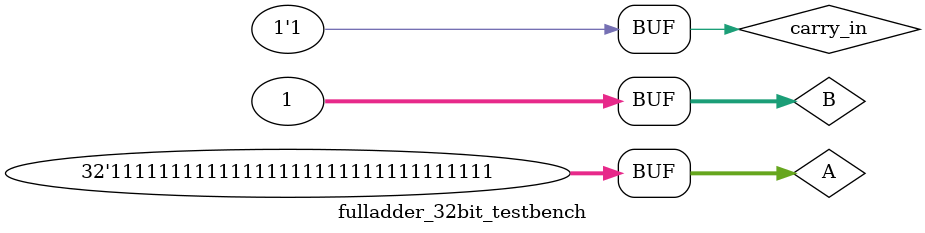
<source format=v>
`define DELAY 20
module fulladder_32bit_testbench(); 
reg [31:0] A, B;
wire[31:0] sum;
reg carry_in;
wire carry_out;


 fulladder_32bit portakal(sum, carry_out, A, B,carry_in);
initial begin
 A = 32'b11111111111111111111111111111111; B = 32'b00000000000000000000000000000000; carry_in = 1'b0;
#`DELAY;
 A = 32'b11111111111111111111111111111111; B = 32'b00000000000000000000000000000001; carry_in = 1'b0;
#`DELAY;
 A = 32'b11111111111111111111111111111111; B = 32'b00000000000000000000000000000001; carry_in = 1'b1;
#`DELAY;

end
 
 
initial
begin
$monitor("time = %2d, A =%32b, B=%32b, carry_in=%1b, SUM=%32b, carry_out=%1b", $time, A, B,carry_in, sum,carry_out);
end
 
endmodule
</source>
